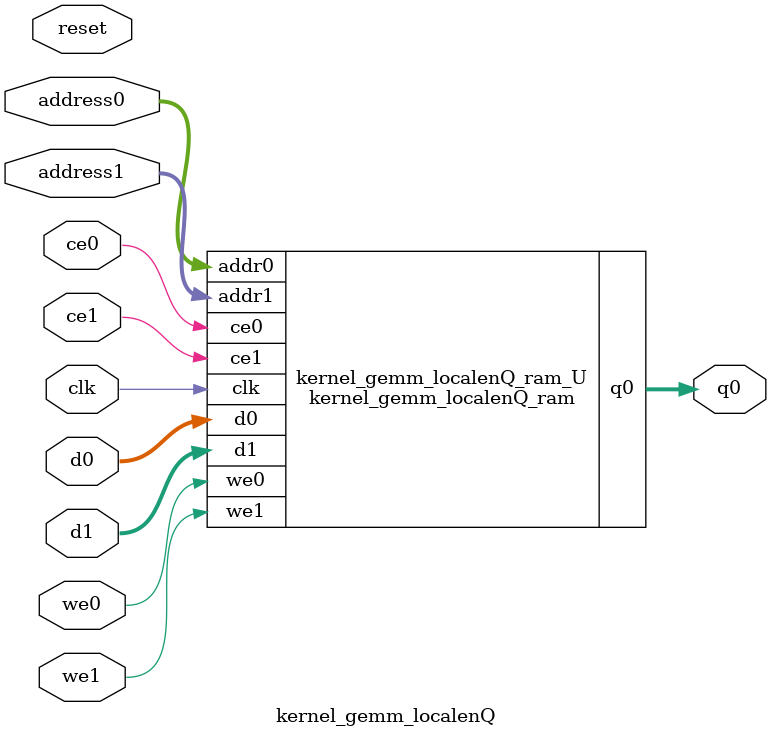
<source format=v>
`timescale 1 ns / 1 ps
module kernel_gemm_localenQ_ram (addr0, ce0, d0, we0, q0, addr1, ce1, d1, we1,  clk);

parameter DWIDTH = 32;
parameter AWIDTH = 7;
parameter MEM_SIZE = 128;

input[AWIDTH-1:0] addr0;
input ce0;
input[DWIDTH-1:0] d0;
input we0;
output reg[DWIDTH-1:0] q0;
input[AWIDTH-1:0] addr1;
input ce1;
input[DWIDTH-1:0] d1;
input we1;
input clk;

(* ram_style = "block" *)reg [DWIDTH-1:0] ram[0:MEM_SIZE-1];




always @(posedge clk)  
begin 
    if (ce0) begin
        if (we0) 
            ram[addr0] <= d0; 
        q0 <= ram[addr0];
    end
end


always @(posedge clk)  
begin 
    if (ce1) begin
        if (we1) 
            ram[addr1] <= d1; 
    end
end


endmodule

`timescale 1 ns / 1 ps
module kernel_gemm_localenQ(
    reset,
    clk,
    address0,
    ce0,
    we0,
    d0,
    q0,
    address1,
    ce1,
    we1,
    d1);

parameter DataWidth = 32'd32;
parameter AddressRange = 32'd128;
parameter AddressWidth = 32'd7;
input reset;
input clk;
input[AddressWidth - 1:0] address0;
input ce0;
input we0;
input[DataWidth - 1:0] d0;
output[DataWidth - 1:0] q0;
input[AddressWidth - 1:0] address1;
input ce1;
input we1;
input[DataWidth - 1:0] d1;



kernel_gemm_localenQ_ram kernel_gemm_localenQ_ram_U(
    .clk( clk ),
    .addr0( address0 ),
    .ce0( ce0 ),
    .we0( we0 ),
    .d0( d0 ),
    .q0( q0 ),
    .addr1( address1 ),
    .ce1( ce1 ),
    .we1( we1 ),
    .d1( d1 ));

endmodule


</source>
